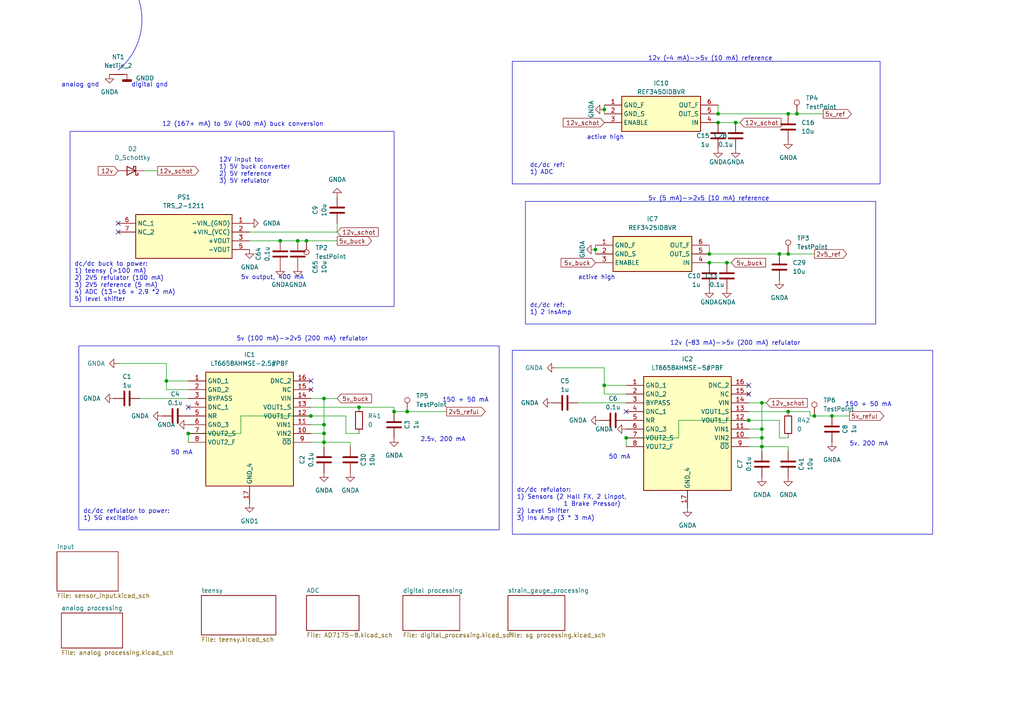
<source format=kicad_sch>
(kicad_sch (version 20230121) (generator eeschema)
  (paper "A4")
  (lib_symbols
    (symbol "21xt_symbols:LT6658AHMSE-2.5#PBF"
      (property "Reference" "IC" (at 31.75 7.62 0))
      (property "Value" "LT6658AHMSE-2.5#PBF" (at 31.75 5.08 0))
      (symbol "LT6658AHMSE-2.5#PBF_1_1"
        (rectangle (start 5.08 2.54) (end 30.48 -30.48) (stroke (width 0.254)) (fill (type background)))
        (pin passive line (at 0 0 0) (length 5.08) (name "GND_1") (number "1"))
        (pin passive line (at 35.56 -15.24 180) (length 5.08) (name "VIN2") (number "10"))
        (pin passive line (at 35.56 -12.7 180) (length 5.08) (name "VIN1") (number "11"))
        (pin passive line (at 35.56 -10.16 180) (length 5.08) (name "VOUT1_F") (number "12"))
        (pin passive line (at 35.56 -7.62 180) (length 5.08) (name "VOUT1_S") (number "13"))
        (pin passive line (at 35.56 -5.08 180) (length 5.08) (name "VIN") (number "14"))
        (pin no_connect line (at 35.56 -2.54 180) (length 5.08) (name "NC") (number "15"))
        (pin passive line (at 35.56 0 180) (length 5.08) (name "DNC_2") (number "16"))
        (pin passive line (at 17.78 -35.56 90) (length 5.08) (name "GND_4") (number "17"))
        (pin passive line (at 0 -2.54 0) (length 5.08) (name "GND_2") (number "2"))
        (pin passive line (at 0 -5.08 0) (length 5.08) (name "BYPASS") (number "3"))
        (pin passive line (at 0 -7.62 0) (length 5.08) (name "DNC_1") (number "4"))
        (pin passive line (at 0 -10.16 0) (length 5.08) (name "NR") (number "5"))
        (pin passive line (at 0 -12.7 0) (length 5.08) (name "GND_3") (number "6"))
        (pin passive line (at 0 -15.24 0) (length 5.08) (name "VOUT2_S") (number "7"))
        (pin passive line (at 0 -17.78 0) (length 5.08) (name "VOUT2_F") (number "8"))
        (pin passive line (at 35.56 -17.78 180) (length 5.08) (name "~{OD}") (number "9"))
      )
    )
    (symbol "21xt_symbols:LT6658AHMSE-5#PBF"
      (property "Reference" "IC" (at 31.75 7.62 0))
      (property "Value" "LT6658AHMSE-5#PBF" (at 31.75 5.08 0))
      (symbol "LT6658AHMSE-5#PBF_1_1"
        (rectangle (start 5.08 2.54) (end 30.48 -30.48) (stroke (width 0.254)) (fill (type background)))
        (pin passive line (at 0 0 0) (length 5.08) (name "GND_1") (number "1"))
        (pin passive line (at 35.56 -15.24 180) (length 5.08) (name "VIN2") (number "10"))
        (pin passive line (at 35.56 -12.7 180) (length 5.08) (name "VIN1") (number "11"))
        (pin passive line (at 35.56 -10.16 180) (length 5.08) (name "VOUT1_F") (number "12"))
        (pin passive line (at 35.56 -7.62 180) (length 5.08) (name "VOUT1_S") (number "13"))
        (pin passive line (at 35.56 -5.08 180) (length 5.08) (name "VIN") (number "14"))
        (pin no_connect line (at 35.56 -2.54 180) (length 5.08) (name "NC") (number "15"))
        (pin passive line (at 35.56 0 180) (length 5.08) (name "DNC_2") (number "16"))
        (pin passive line (at 17.78 -35.56 90) (length 5.08) (name "GND_4") (number "17"))
        (pin passive line (at 0 -2.54 0) (length 5.08) (name "GND_2") (number "2"))
        (pin passive line (at 0 -5.08 0) (length 5.08) (name "BYPASS") (number "3"))
        (pin passive line (at 0 -7.62 0) (length 5.08) (name "DNC_1") (number "4"))
        (pin passive line (at 0 -10.16 0) (length 5.08) (name "NR") (number "5"))
        (pin passive line (at 0 -12.7 0) (length 5.08) (name "GND_3") (number "6"))
        (pin passive line (at 0 -15.24 0) (length 5.08) (name "VOUT2_S") (number "7"))
        (pin passive line (at 0 -17.78 0) (length 5.08) (name "VOUT2_F") (number "8"))
        (pin passive line (at 35.56 -17.78 180) (length 5.08) (name "~{OD}") (number "9"))
      )
    )
    (symbol "21xt_symbols:REF3425IDBVR"
      (property "Reference" "IC" (at 29.21 7.62 0))
      (property "Value" "REF3425IDBVR" (at 29.21 5.08 0))
      (symbol "REF3425IDBVR_1_1"
        (rectangle (start 5.08 2.54) (end 27.94 -7.62) (stroke (width 0.254)) (fill (type background)))
        (pin passive line (at 0 0 0) (length 5.08) (name "GND_F") (number "1"))
        (pin passive line (at 0 -2.54 0) (length 5.08) (name "GND_S") (number "2"))
        (pin passive line (at 0 -5.08 0) (length 5.08) (name "ENABLE") (number "3"))
        (pin passive line (at 33.02 -5.08 180) (length 5.08) (name "IN") (number "4"))
        (pin passive line (at 33.02 -2.54 180) (length 5.08) (name "OUT_S") (number "5"))
        (pin passive line (at 33.02 0 180) (length 5.08) (name "OUT_F") (number "6"))
      )
    )
    (symbol "21xt_symbols:REF3450IDBVR"
      (property "Reference" "IC" (at 29.21 7.62 0))
      (property "Value" "REF3450IDBVR" (at 29.21 5.08 0))
      (symbol "REF3450IDBVR_1_1"
        (rectangle (start 5.08 2.54) (end 27.94 -7.62) (stroke (width 0.254)) (fill (type background)))
        (pin passive line (at 0 0 0) (length 5.08) (name "GND_F") (number "1"))
        (pin passive line (at 0 -2.54 0) (length 5.08) (name "GND_S") (number "2"))
        (pin passive line (at 0 -5.08 0) (length 5.08) (name "ENABLE") (number "3"))
        (pin passive line (at 33.02 -5.08 180) (length 5.08) (name "IN") (number "4"))
        (pin passive line (at 33.02 -2.54 180) (length 5.08) (name "OUT_S") (number "5"))
        (pin passive line (at 33.02 0 180) (length 5.08) (name "OUT_F") (number "6"))
      )
    )
    (symbol "21xt_symbols:TRS_2-1211"
      (property "Reference" "PS" (at 34.29 7.62 0))
      (property "Value" "TRS_2-1211" (at 34.29 5.08 0))
      (symbol "TRS_2-1211_1_1"
        (rectangle (start 5.08 2.54) (end 33.02 -10.16) (stroke (width 0.254)) (fill (type background)))
        (pin passive line (at 38.1 0 180) (length 5.08) (name "-VIN_(GND)") (number "1"))
        (pin passive line (at 38.1 -2.54 180) (length 5.08) (name "+VIN_(VCC)") (number "2"))
        (pin passive line (at 38.1 -5.08 180) (length 5.08) (name "+VOUT") (number "3"))
        (pin passive line (at 38.1 -7.62 180) (length 5.08) (name "-VOUT") (number "5"))
        (pin passive line (at 0 0 0) (length 5.08) (name "NC_1") (number "6"))
        (pin passive line (at 0 -2.54 0) (length 5.08) (name "NC_2") (number "7"))
      )
    )
    (symbol "Connector:TestPoint" (pin_numbers hide) (pin_names (offset 0.762) hide)
      (property "Reference" "TP" (at 0 6.858 0))
      (property "Value" "TestPoint" (at 0 5.08 0))
      (symbol "TestPoint_0_1"
        (circle (center 0 3.302) (radius 0.762))
      )
      (symbol "TestPoint_1_1"
        (pin passive line (at 0 0 90) (length 2.54) (name "1") (number "1"))
      )
    )
    (symbol "Device:C" (pin_numbers hide) (pin_names (offset 0.254))
      (property "Reference" "C" (at 0.635 2.54 0))
      (property "Value" "C" (at 0.635 -2.54 0))
      (symbol "C_0_1"
        (polyline (pts (xy -2.032 -0.762) (xy 2.032 -0.762)) (stroke (width 0.508)))
        (polyline (pts (xy -2.032 0.762) (xy 2.032 0.762)) (stroke (width 0.508)))
      )
      (symbol "C_1_1"
        (pin passive line (at 0 3.81 270) (length 2.794) (name "~") (number "1"))
        (pin passive line (at 0 -3.81 90) (length 2.794) (name "~") (number "2"))
      )
    )
    (symbol "Device:D_Schottky" (pin_numbers hide) (pin_names (offset 1.016) hide)
      (property "Reference" "D" (at 0 2.54 0))
      (property "Value" "D_Schottky" (at 0 -2.54 0))
      (symbol "D_Schottky_0_1"
        (polyline (pts (xy 1.27 0) (xy -1.27 0)))
        (polyline (pts (xy 1.27 1.27) (xy 1.27 -1.27) (xy -1.27 0) (xy 1.27 1.27)) (stroke (width 0.254)))
        (polyline (pts (xy -1.905 0.635) (xy -1.905 1.27) (xy -1.27 1.27) (xy -1.27 -1.27) (xy -0.635 -1.27) (xy -0.635 -0.635)) (stroke (width 0.254)))
      )
      (symbol "D_Schottky_1_1"
        (pin passive line (at -3.81 0 0) (length 2.54) (name "K") (number "1"))
        (pin passive line (at 3.81 0 180) (length 2.54) (name "A") (number "2"))
      )
    )
    (symbol "Device:NetTie_2" (pin_numbers hide) (pin_names (offset 0) hide) (in_bom no)
      (property "Reference" "NT" (at 0 1.27 0))
      (property "Value" "NetTie_2" (at 0 -1.27 0))
      (symbol "NetTie_2_0_1"
        (polyline (pts (xy -1.27 0) (xy 1.27 0)) (stroke (width 0.254)))
      )
      (symbol "NetTie_2_1_1"
        (pin passive line (at -2.54 0 0) (length 2.54) (name "1") (number "1"))
        (pin passive line (at 2.54 0 180) (length 2.54) (name "2") (number "2"))
      )
    )
    (symbol "Device:R" (pin_numbers hide) (pin_names (offset 0))
      (property "Reference" "R" (at 2.032 0 90))
      (property "Value" "R" (at 0 0 90))
      (symbol "R_0_1"
        (rectangle (start -1.016 -2.54) (end 1.016 2.54) (stroke (width 0.254)))
      )
      (symbol "R_1_1"
        (pin passive line (at 0 3.81 270) (length 1.27) (name "~") (number "1"))
        (pin passive line (at 0 -3.81 90) (length 1.27) (name "~") (number "2"))
      )
    )
    (symbol "power:GND1" (power) (pin_names (offset 0))
      (property "Value" "GND1" (at 0 -3.81 0))
      (symbol "GND1_0_1"
        (polyline (pts (xy 0 0) (xy 0 -1.27) (xy 1.27 -1.27) (xy 0 -2.54) (xy -1.27 -1.27) (xy 0 -1.27)))
      )
      (symbol "GND1_1_1"
        (pin power_in line (at 0 0 270) (length 0) hide (name "GND1") (number "1"))
      )
    )
    (symbol "power:GNDA" (power) (pin_names (offset 0))
      (property "Value" "GNDA" (at 0 -3.81 0))
      (symbol "GNDA_0_1"
        (polyline (pts (xy 0 0) (xy 0 -1.27) (xy 1.27 -1.27) (xy 0 -2.54) (xy -1.27 -1.27) (xy 0 -1.27)))
      )
      (symbol "GNDA_1_1"
        (pin power_in line (at 0 0 270) (length 0) hide (name "GNDA") (number "1"))
      )
    )
    (symbol "power:GNDD" (power) (pin_names (offset 0))
      (property "Value" "GNDD" (at 0 -3.175 0))
      (symbol "GNDD_0_1"
        (rectangle (start -1.27 -1.524) (end 1.27 -2.032) (stroke (width 0.254)) (fill (type outline)))
        (polyline (pts (xy 0 0) (xy 0 -1.524)))
      )
      (symbol "GNDD_1_1"
        (pin power_in line (at 0 0 270) (length 0) hide (name "GNDD") (number "1"))
      )
    )
  )
  (junction (at 104.14 118.11))
  (junction (at 86.36 69.85))
  (junction (at 54.61 125.73))
  (junction (at 231.14 33.02))
  (junction (at 208.28 35.56))
  (junction (at 48.26 110.49))
  (junction (at 241.3 120.65))
  (junction (at 236.22 120.65))
  (junction (at 90.17 120.65))
  (junction (at 220.98 124.46))
  (junction (at 208.28 33.02))
  (junction (at 93.98 125.73))
  (junction (at 93.98 115.57))
  (junction (at 172.72 72.39))
  (junction (at 88.9 69.85))
  (junction (at 220.98 129.54))
  (junction (at 220.98 127))
  (junction (at 228.6 33.02))
  (junction (at 220.98 116.84))
  (junction (at 213.36 35.56))
  (junction (at 226.06 73.66))
  (junction (at 228.6 73.66))
  (junction (at 205.74 76.2))
  (junction (at 93.98 128.27))
  (junction (at 175.26 111.76))
  (junction (at 228.6 119.38))
  (junction (at 81.28 69.85))
  (junction (at 205.74 73.66))
  (junction (at 217.17 121.92))
  (junction (at 93.98 123.19))
  (junction (at 118.11 119.38))
  (junction (at 114.3 119.38))
  (junction (at 181.61 127))
  (junction (at 175.26 31.75))
  (junction (at 210.82 76.2))
  (no_connect (at 34.29 67.31))
  (no_connect (at 181.61 119.38))
  (no_connect (at 34.29 64.77))
  (no_connect (at 90.17 110.49))
  (no_connect (at 217.17 114.3))
  (no_connect (at 54.61 118.11))
  (no_connect (at 90.17 113.03))
  (no_connect (at 217.17 111.76))
  (wire (pts (xy 48.26 113.03) (xy 48.26 110.49)))
  (wire (pts (xy 175.26 111.76) (xy 181.61 111.76)))
  (wire (pts (xy 234.95 119.38) (xy 234.95 120.65)))
  (wire (pts (xy 228.6 119.38) (xy 234.95 119.38)))
  (wire (pts (xy 90.17 125.73) (xy 93.98 125.73)))
  (wire (pts (xy 93.98 115.57) (xy 93.98 123.19)))
  (wire (pts (xy 205.74 71.12) (xy 205.74 73.66)))
  (wire (pts (xy 181.61 127) (xy 196.85 127)))
  (wire (pts (xy 81.28 69.85) (xy 86.36 69.85)))
  (wire (pts (xy 210.82 76.2) (xy 205.74 76.2)))
  (wire (pts (xy 54.61 125.73) (xy 54.61 128.27)))
  (wire (pts (xy 234.95 120.65) (xy 236.22 120.65)))
  (wire (pts (xy 101.6 128.27) (xy 101.6 129.54)))
  (wire (pts (xy 90.17 120.65) (xy 100.33 120.65)))
  (wire (pts (xy 175.26 106.68) (xy 175.26 111.76)))
  (wire (pts (xy 220.98 129.54) (xy 228.6 129.54)))
  (wire (pts (xy 41.91 49.53) (xy 45.72 49.53)))
  (wire (pts (xy 220.98 124.46) (xy 217.17 124.46)))
  (wire (pts (xy 93.98 115.57) (xy 97.79 115.57)))
  (wire (pts (xy 196.85 127) (xy 196.85 121.92)))
  (wire (pts (xy 54.61 113.03) (xy 48.26 113.03)))
  (wire (pts (xy 236.22 120.65) (xy 241.3 120.65)))
  (wire (pts (xy 40.64 115.57) (xy 54.61 115.57)))
  (wire (pts (xy 86.36 69.85) (xy 88.9 69.85)))
  (wire (pts (xy 104.14 118.11) (xy 114.3 118.11)))
  (wire (pts (xy 175.26 30.48) (xy 175.26 31.75)))
  (wire (pts (xy 220.98 130.81) (xy 220.98 129.54)))
  (wire (pts (xy 217.17 129.54) (xy 220.98 129.54)))
  (wire (pts (xy 228.6 73.66) (xy 236.22 73.66)))
  (wire (pts (xy 114.3 118.11) (xy 114.3 119.38)))
  (wire (pts (xy 90.17 118.11) (xy 104.14 118.11)))
  (wire (pts (xy 228.6 33.02) (xy 231.14 33.02)))
  (wire (pts (xy 226.06 121.92) (xy 226.06 127)))
  (wire (pts (xy 205.74 73.66) (xy 226.06 73.66)))
  (wire (pts (xy 231.14 33.02) (xy 238.76 33.02)))
  (wire (pts (xy 72.39 69.85) (xy 81.28 69.85)))
  (wire (pts (xy 175.26 114.3) (xy 175.26 111.76)))
  (wire (pts (xy 167.64 116.84) (xy 181.61 116.84)))
  (wire (pts (xy 222.25 116.84) (xy 220.98 116.84)))
  (wire (pts (xy 217.17 121.92) (xy 226.06 121.92)))
  (wire (pts (xy 118.11 119.38) (xy 129.54 119.38)))
  (wire (pts (xy 228.6 129.54) (xy 228.6 130.81)))
  (wire (pts (xy 220.98 127) (xy 220.98 124.46)))
  (wire (pts (xy 208.28 30.48) (xy 208.28 33.02)))
  (wire (pts (xy 72.39 67.31) (xy 97.79 67.31)))
  (wire (pts (xy 217.17 116.84) (xy 220.98 116.84)))
  (wire (pts (xy 90.17 115.57) (xy 93.98 115.57)))
  (wire (pts (xy 208.28 33.02) (xy 228.6 33.02)))
  (wire (pts (xy 100.33 120.65) (xy 100.33 125.73)))
  (wire (pts (xy 34.29 105.41) (xy 48.26 105.41)))
  (wire (pts (xy 212.09 76.2) (xy 210.82 76.2)))
  (wire (pts (xy 217.17 127) (xy 220.98 127)))
  (wire (pts (xy 214.63 35.56) (xy 213.36 35.56)))
  (wire (pts (xy 54.61 125.73) (xy 69.85 125.73)))
  (wire (pts (xy 48.26 110.49) (xy 54.61 110.49)))
  (wire (pts (xy 48.26 105.41) (xy 48.26 110.49)))
  (wire (pts (xy 175.26 31.75) (xy 175.26 33.02)))
  (wire (pts (xy 93.98 128.27) (xy 93.98 125.73)))
  (wire (pts (xy 226.06 73.66) (xy 228.6 73.66)))
  (wire (pts (xy 213.36 35.56) (xy 208.28 35.56)))
  (wire (pts (xy 88.9 69.85) (xy 97.79 69.85)))
  (wire (pts (xy 172.72 71.12) (xy 172.72 72.39)))
  (wire (pts (xy 220.98 129.54) (xy 220.98 127)))
  (wire (pts (xy 97.79 64.77) (xy 97.79 67.31)))
  (wire (pts (xy 220.98 116.84) (xy 220.98 124.46)))
  (wire (pts (xy 196.85 121.92) (xy 217.17 121.92)))
  (wire (pts (xy 93.98 125.73) (xy 93.98 123.19)))
  (wire (pts (xy 114.3 119.38) (xy 118.11 119.38)))
  (wire (pts (xy 93.98 129.54) (xy 93.98 128.27)))
  (wire (pts (xy 161.29 106.68) (xy 175.26 106.68)))
  (wire (pts (xy 241.3 120.65) (xy 246.38 120.65)))
  (wire (pts (xy 172.72 72.39) (xy 172.72 73.66)))
  (wire (pts (xy 100.33 125.73) (xy 104.14 125.73)))
  (wire (pts (xy 226.06 127) (xy 228.6 127)))
  (wire (pts (xy 181.61 127) (xy 181.61 129.54)))
  (wire (pts (xy 93.98 123.19) (xy 90.17 123.19)))
  (wire (pts (xy 93.98 128.27) (xy 101.6 128.27)))
  (wire (pts (xy 217.17 119.38) (xy 228.6 119.38)))
  (wire (pts (xy 90.17 128.27) (xy 93.98 128.27)))
  (wire (pts (xy 69.85 120.65) (xy 90.17 120.65)))
  (wire (pts (xy 69.85 125.73) (xy 69.85 120.65)))
  (wire (pts (xy 181.61 114.3) (xy 175.26 114.3)))
  (rectangle (start 152.4 58.42) (end 254 93.98))
  (rectangle (start 148.59 101.6) (end 270.51 154.94))
  (rectangle (start 148.59 17.78) (end 255.27 53.34))
  (rectangle (start 20.32 38.1) (end 114.3 88.9))
  (rectangle (start 22.86 100.33) (end 144.78 153.67))
  (arc (start 36.83 -6.35) (mid 41.0835 7.5111) (end 34.29 20.32))
  (text "2.5v, 200 mA" (at 121.92 128.27 0) (effects (font (size 1.27 1.27)) (justify left bottom)))
  (text "dc/dc refulator to power: \n1) SG excitation" (at 24.13 151.13 0) (effects (font (size 1.27 1.27)) (justify left bottom)))
  (text "dc/dc ref:\n1) 2 InsAmp" (at 153.67 91.44 0) (effects (font (size 1.27 1.27)) (justify left bottom)))
  (text "150 + 50 mA" (at 128.27 116.84 0) (effects (font (size 1.27 1.27)) (justify left bottom)))
  (text "50 mA" (at 49.53 132.08 0) (effects (font (size 1.27 1.27)) (justify left bottom)))
  (text "5v (5 mA)->2v5 (10 mA) reference" (at 187.96 58.42 0) (effects (font (size 1.27 1.27)) (justify left bottom)))
  (text "active high" (at 167.64 81.28 0) (effects (font (size 1.27 1.27)) (justify left bottom)))
  (text "50 mA" (at 176.53 133.35 0) (effects (font (size 1.27 1.27)) (justify left bottom)))
  (text "analog gnd" (at 17.78 25.4 0) (effects (font (size 1.27 1.27)) (justify left bottom)))
  (text "dc/dc ref:\n1) ADC" (at 153.67 50.8 0) (effects (font (size 1.27 1.27)) (justify left bottom)))
  (text "12 (167+ mA) to 5V (400 mA) buck conversion" (at 46.99 36.83 0) (effects (font (size 1.27 1.27)) (justify left bottom)))
  (text "its a bit confusing but if we have no ground lloops then im ok" (at 13.97 -10.16 0) (effects (font (size 1.27 1.27)) (justify left bottom)))
  (text "12V input to:\n1) 5V buck converter\n2) 5V reference\n3) 5V refulator" (at 63.5 53.34 0) (effects (font (size 1.27 1.27)) (justify left bottom)))
  (text "5v, 200 mA" (at 246.38 129.54 0) (effects (font (size 1.27 1.27)) (justify left bottom)))
  (text "5v (100 mA)->2v5 (200 mA) refulator" (at 68.58 99.06 0) (effects (font (size 1.27 1.27)) (justify left bottom)))
  (text "active high" (at 170.18 40.64 0) (effects (font (size 1.27 1.27)) (justify left bottom)))
  (text "12v (~83 mA)->5v (200 mA) refulator" (at 194.31 100.33 0) (effects (font (size 1.27 1.27)) (justify left bottom)))
  (text "digital gnd" (at 38.1 25.4 0) (effects (font (size 1.27 1.27)) (justify left bottom)))
  (text "dc/dc refulator:\n1) Sensors (2 Hall FX, 2 Linpot, \n              1 Brake Pressor)\n2) Level Shifter\n3) Ins Amp (3 * 3 mA)\n" (at 149.86 151.13 0) (effects (font (size 1.27 1.27)) (justify left bottom)))
  (text "dc/dc buck to power: \n1) teensy (>100 mA)\n2) 2V5 refulator (100 mA)\n3) 2V5 reference (5 mA)\n4) ADC (13-16 + 2.9 *2 mA)\n5) level shifter" (at 21.59 87.63 0) (effects (font (size 1.27 1.27)) (justify left bottom)))
  (text "5v output, 400 mA" (at 69.85 81.28 0) (effects (font (size 1.27 1.27)) (justify left bottom)))
  (text "150 + 50 mA" (at 245.11 118.11 0) (effects (font (size 1.27 1.27)) (justify left bottom)))
  (text "12v (~4 mA)->5v (10 mA) reference" (at 187.96 17.78 0) (effects (font (size 1.27 1.27)) (justify left bottom)))
  (global_label "2v5_reful" (shape output) (at 129.54 119.38 0) (property "Intersheetrefs" "${INTERSHEET_REFS}" (effects hide)))
  (global_label "12v_schot" (shape input) (at 222.25 116.84 0) (property "Intersheetrefs" "${INTERSHEET_REFS}" (effects hide)))
  (global_label "12v_schot" (shape input) (at 214.63 35.56 0) (property "Intersheetrefs" "${INTERSHEET_REFS}" (effects hide)))
  (global_label "12v_schot" (shape output) (at 45.72 49.53 0) (property "Intersheetrefs" "${INTERSHEET_REFS}" (effects hide)))
  (global_label "12v" (shape input) (at 34.29 49.53 180) (property "Intersheetrefs" "${INTERSHEET_REFS}" (effects hide)))
  (global_label "5v_buck" (shape input) (at 172.72 76.2 180) (property "Intersheetrefs" "${INTERSHEET_REFS}" (effects hide)))
  (global_label "5v_buck" (shape input) (at 212.09 76.2 0) (property "Intersheetrefs" "${INTERSHEET_REFS}" (effects hide)))
  (global_label "12v_schot" (shape input) (at 97.79 67.31 0) (property "Intersheetrefs" "${INTERSHEET_REFS}" (effects hide)))
  (global_label "5v_buck" (shape output) (at 97.79 69.85 0) (property "Intersheetrefs" "${INTERSHEET_REFS}" (effects hide)))
  (global_label "2v5_ref" (shape output) (at 236.22 73.66 0) (property "Intersheetrefs" "${INTERSHEET_REFS}" (effects hide)))
  (global_label "5v_ref" (shape output) (at 238.76 33.02 0) (property "Intersheetrefs" "${INTERSHEET_REFS}" (effects hide)))
  (global_label "5v_reful" (shape output) (at 246.38 120.65 0) (property "Intersheetrefs" "${INTERSHEET_REFS}" (effects hide)))
  (global_label "12v_schot" (shape input) (at 175.26 35.56 180) (property "Intersheetrefs" "${INTERSHEET_REFS}" (effects hide)))
  (global_label "5v_buck" (shape input) (at 97.79 115.57 0) (property "Intersheetrefs" "${INTERSHEET_REFS}" (effects hide)))
  (symbol (lib_id "power:GNDA") (at 97.79 57.15 180) (unit 1)
    (property "Reference" "#PWR017" (effects hide))
    (property "Value" "GNDA" (at 97.79 52.07 0))
  )
  (symbol (lib_id "power:GNDA") (at 210.82 83.82 0) (unit 1)
    (property "Reference" "#PWR021" (effects hide))
    (property "Value" "GNDA" (at 213.36 87.63 0) (effects (justify right)))
  )
  (symbol (lib_id "Device:C") (at 228.6 36.83 0) (unit 1)
    (property "Reference" "C16" (at 232.41 35.56 0) (effects (justify left)))
    (property "Value" "10u" (at 232.41 38.1 0) (effects (justify left)))
    (property "Footprint" "Capacitor_SMD:C_0603_1608Metric" (effects hide))
  )
  (symbol (lib_id "power:GNDA") (at 101.6 137.16 0) (unit 1)
    (property "Reference" "#PWR065" (effects hide))
    (property "Value" "GNDA" (at 101.6 142.24 0))
  )
  (symbol (lib_id "Device:C") (at 86.36 73.66 180) (unit 1)
    (property "Reference" "C65" (at 91.44 77.47 90))
    (property "Value" "10u" (at 93.98 77.47 90))
    (property "Footprint" "Capacitor_SMD:C_1206_3216Metric" (effects hide))
  )
  (symbol (lib_id "Device:C") (at 220.98 134.62 180) (unit 1)
    (property "Reference" "C7" (at 214.63 134.62 90))
    (property "Value" "0.1u" (at 217.17 134.62 90))
    (property "Footprint" "Capacitor_SMD:C_0603_1608Metric" (effects hide))
  )
  (symbol (lib_id "power:GNDA") (at 175.26 31.75 270) (unit 1)
    (property "Reference" "#PWR063" (effects hide))
    (property "Value" "GNDA" (at 171.45 34.29 0) (effects (justify right)))
  )
  (symbol (lib_id "power:GNDA") (at 172.72 72.39 270) (unit 1)
    (property "Reference" "#PWR016" (effects hide))
    (property "Value" "GNDA" (at 168.91 74.93 0) (effects (justify right)))
  )
  (symbol (lib_id "power:GNDA") (at 114.3 127 0) (unit 1)
    (property "Reference" "#PWR018" (effects hide))
    (property "Value" "GNDA" (at 114.3 132.08 0))
  )
  (symbol (lib_id "power:GNDA") (at 208.28 43.18 0) (unit 1)
    (property "Reference" "#PWR024" (effects hide))
    (property "Value" "GNDA" (at 210.82 46.99 0) (effects (justify right)))
  )
  (symbol (lib_id "power:GNDA") (at 86.36 77.47 0) (unit 1)
    (property "Reference" "#PWR092" (effects hide))
    (property "Value" "GNDA" (at 86.36 82.55 0))
  )
  (symbol (lib_id "Device:C") (at 205.74 80.01 0) (unit 1)
    (property "Reference" "C10" (at 199.39 80.01 0) (effects (justify left)))
    (property "Value" "1u" (at 200.66 82.55 0) (effects (justify left)))
    (property "Footprint" "Capacitor_SMD:C_0603_1608Metric" (effects hide))
  )
  (symbol (lib_id "power:GNDA") (at 220.98 138.43 0) (unit 1)
    (property "Reference" "#PWR061" (effects hide))
    (property "Value" "GNDA" (at 220.98 143.51 0))
  )
  (symbol (lib_id "Device:R") (at 104.14 121.92 0) (unit 1)
    (property "Reference" "R41" (at 106.68 120.65 0) (effects (justify left)))
    (property "Value" "0" (at 106.68 123.19 0) (effects (justify left)))
  )
  (symbol (lib_id "power:GNDA") (at 228.6 138.43 0) (unit 1)
    (property "Reference" "#PWR066" (effects hide))
    (property "Value" "GNDA" (at 228.6 143.51 0))
  )
  (symbol (lib_id "Device:D_Schottky") (at 38.1 49.53 180) (unit 1)
    (property "Reference" "D2" (at 38.4175 43.18 0))
    (property "Value" "D_Schottky" (at 38.4175 45.72 0))
    (property "Footprint" "Diode_SMD:D_1206_3216Metric" (effects hide))
  )
  (symbol (lib_id "Device:C") (at 101.6 133.35 180) (unit 1)
    (property "Reference" "C30" (at 105.41 133.35 90))
    (property "Value" "10u" (at 107.95 133.35 90))
    (property "Footprint" "Capacitor_SMD:C_0603_1608Metric" (effects hide))
  )
  (symbol (lib_id "Device:C") (at 241.3 124.46 180) (unit 1)
    (property "Reference" "C8" (at 245.11 124.46 90))
    (property "Value" "1u" (at 247.65 124.46 90))
    (property "Footprint" "Capacitor_SMD:C_0603_1608Metric" (effects hide))
  )
  (symbol (lib_id "power:GNDA") (at 228.6 40.64 0) (unit 1)
    (property "Reference" "#PWR026" (effects hide))
    (property "Value" "GNDA" (at 228.6 45.72 0))
  )
  (symbol (lib_id "Device:C") (at 177.8 121.92 90) (unit 1)
    (property "Reference" "C6" (at 177.8 115.57 90))
    (property "Value" "0.1u" (at 177.8 118.11 90))
    (property "Footprint" "Capacitor_SMD:C_0603_1608Metric" (effects hide))
  )
  (symbol (lib_id "Device:C") (at 228.6 134.62 180) (unit 1)
    (property "Reference" "C41" (at 232.41 134.62 90))
    (property "Value" "10u" (at 234.95 134.62 90))
    (property "Footprint" "Capacitor_SMD:C_0603_1608Metric" (effects hide))
  )
  (symbol (lib_id "Connector:TestPoint") (at 88.9 69.85 180) (unit 1)
    (property "Reference" "TP2" (at 91.44 71.882 0) (effects (justify right)))
    (property "Value" "TestPoint" (at 91.44 74.422 0) (effects (justify right)))
    (property "Footprint" "TestPoint:TestPoint_Pad_2.0x2.0mm" (effects hide))
  )
  (symbol (lib_id "power:GND1") (at 72.39 146.05 0) (unit 1)
    (property "Reference" "#PWR08" (effects hide))
    (property "Value" "GND1" (at 72.39 151.13 0))
  )
  (symbol (lib_id "Device:C") (at 36.83 115.57 90) (unit 1)
    (property "Reference" "C1" (at 36.83 109.22 90))
    (property "Value" "1u" (at 36.83 111.76 90))
    (property "Footprint" "Capacitor_SMD:C_0603_1608Metric" (effects hide))
  )
  (symbol (lib_id "power:GNDA") (at 93.98 137.16 0) (unit 1)
    (property "Reference" "#PWR09" (effects hide))
    (property "Value" "GNDA" (at 93.98 142.24 0))
  )
  (symbol (lib_id "power:GNDA") (at 226.06 81.28 0) (unit 1)
    (property "Reference" "#PWR064" (effects hide))
    (property "Value" "GNDA" (at 226.06 86.36 0))
  )
  (symbol (lib_id "Device:C") (at 93.98 133.35 180) (unit 1)
    (property "Reference" "C2" (at 87.63 133.35 90))
    (property "Value" "0.1u" (at 90.17 133.35 90))
    (property "Footprint" "Capacitor_SMD:C_0603_1608Metric" (effects hide))
  )
  (symbol (lib_id "21xt_symbols:TRS_2-1211") (at 34.29 64.77 0) (unit 1)
    (property "Reference" "PS1" (at 53.34 57.15 0))
    (property "Value" "TRS_2-1211" (at 53.34 59.69 0))
    (property "Footprint" "21xt_footprints:CONV_TRS_2-2419" (effects hide))
    (property "Datasheet" "https://tracopower.com/trs2-datasheet/" (effects hide))
    (property "Height" "8" (effects hide))
    (property "Mouser Part Number" "495-TRS2-1211" (effects hide))
    (property "Mouser Price/Stock" "https://www.mouser.co.uk/ProductDetail/TRACO-Power/TRS-2-1211?qs=wUXugUrL1qziI%252BEzex2I6g%3D%3D" (effects hide))
    (property "Manufacturer_Name" "Traco Power" (effects hide))
    (property "Manufacturer_Part_Number" "TRS 2-1211" (effects hide))
  )
  (symbol (lib_id "Device:C") (at 210.82 80.01 0) (unit 1)
    (property "Reference" "C11" (at 204.47 80.01 0) (effects (justify left)))
    (property "Value" "0.1u" (at 205.74 82.55 0) (effects (justify left)))
    (property "Footprint" "Capacitor_SMD:C_0603_1608Metric" (effects hide))
  )
  (symbol (lib_id "power:GNDA") (at 72.39 64.77 90) (unit 1)
    (property "Reference" "#PWR01" (effects hide))
    (property "Value" "GNDA" (at 76.2 64.77 90) (effects (justify right)))
  )
  (symbol (lib_id "21xt_symbols:REF3450IDBVR") (at 175.26 30.48 0) (unit 1)
    (property "Reference" "IC10" (at 191.77 24.13 0))
    (property "Value" "REF3450IDBVR" (at 191.77 26.67 0))
    (property "Footprint" "21xt_footprints:SOT95P280X145-6N" (effects hide))
    (property "Datasheet" "http://www.ti.com/lit/ds/symlink/ref3440.pdf" (effects hide))
    (property "Height" "1.45" (effects hide))
    (property "Mouser Part Number" "595-REF3450IDBVR" (effects hide))
    (property "Mouser Price/Stock" "https://www.mouser.co.uk/ProductDetail/Texas-Instruments/REF3450IDBVR?qs=55YtniHzbhBkMjMysxx4Wg%3D%3D" (effects hide))
    (property "Manufacturer_Name" "Texas Instruments" (effects hide))
    (property "Manufacturer_Part_Number" "REF3450IDBVR" (effects hide))
  )
  (symbol (lib_id "Device:C") (at 226.06 77.47 0) (unit 1)
    (property "Reference" "C29" (at 229.87 76.2 0) (effects (justify left)))
    (property "Value" "10u" (at 229.87 78.74 0) (effects (justify left)))
    (property "Footprint" "Capacitor_SMD:C_0603_1608Metric" (effects hide))
  )
  (symbol (lib_id "power:GNDA") (at 72.39 72.39 0) (unit 1)
    (property "Reference" "#PWR02" (effects hide))
    (property "Value" "GNDA" (at 72.39 77.47 0))
  )
  (symbol (lib_id "Device:R") (at 228.6 123.19 0) (unit 1)
    (property "Reference" "R42" (at 231.14 121.92 0) (effects (justify left)))
    (property "Value" "0" (at 231.14 124.46 0) (effects (justify left)))
  )
  (symbol (lib_id "Device:C") (at 97.79 60.96 180) (unit 1)
    (property "Reference" "C9" (at 91.44 60.96 90))
    (property "Value" "10u" (at 93.98 60.96 90))
    (property "Footprint" "Capacitor_SMD:C_1206_3216Metric" (effects hide))
  )
  (symbol (lib_id "21xt_symbols:REF3425IDBVR") (at 172.72 71.12 0) (unit 1)
    (property "Reference" "IC7" (at 189.23 63.5 0))
    (property "Value" "REF3425IDBVR" (at 189.23 66.04 0))
    (property "Footprint" "21xt_footprints:SOT95P280X145-6N" (effects hide))
    (property "Datasheet" "http://www.ti.com/lit/ds/symlink/ref3425.pdf" (effects hide))
    (property "Height" "1.45" (effects hide))
    (property "Mouser Part Number" "595-REF3425IDBVR" (effects hide))
    (property "Mouser Price/Stock" "https://www.mouser.co.uk/ProductDetail/Texas-Instruments/REF3425IDBVR?qs=YCa%2FAAYMW01YJo5s3bO8wA%3D%3D" (effects hide))
    (property "Manufacturer_Name" "Texas Instruments" (effects hide))
    (property "Manufacturer_Part_Number" "REF3425IDBVR" (effects hide))
  )
  (symbol (lib_id "power:GNDA") (at 181.61 124.46 270) (unit 1)
    (property "Reference" "#PWR055" (effects hide))
    (property "Value" "GNDA" (at 177.8 124.46 90) (effects (justify right)))
  )
  (symbol (lib_id "power:GNDA") (at 54.61 123.19 270) (unit 1)
    (property "Reference" "#PWR06" (effects hide))
    (property "Value" "GNDA" (at 50.8 123.19 90) (effects (justify right)))
  )
  (symbol (lib_id "power:GNDA") (at 160.02 116.84 270) (unit 1)
    (property "Reference" "#PWR049" (effects hide))
    (property "Value" "GNDA" (at 156.21 116.84 90) (effects (justify right)))
  )
  (symbol (lib_id "Device:C") (at 163.83 116.84 90) (unit 1)
    (property "Reference" "C5" (at 163.83 110.49 90))
    (property "Value" "1u" (at 163.83 113.03 90))
    (property "Footprint" "Capacitor_SMD:C_0603_1608Metric" (effects hide))
  )
  (symbol (lib_id "power:GNDA") (at 46.99 120.65 270) (unit 1)
    (property "Reference" "#PWR05" (effects hide))
    (property "Value" "GNDA" (at 43.18 120.65 90) (effects (justify right)))
  )
  (symbol (lib_id "power:GNDA") (at 34.29 105.41 270) (unit 1)
    (property "Reference" "#PWR04" (effects hide))
    (property "Value" "GNDA" (at 30.48 105.41 90) (effects (justify right)))
  )
  (symbol (lib_id "power:GNDA") (at 199.39 147.32 0) (unit 1)
    (property "Reference" "#PWR058" (effects hide))
    (property "Value" "GNDA" (at 199.39 152.4 0))
  )
  (symbol (lib_id "power:GNDD") (at 36.83 21.59 0) (unit 1)
    (property "Reference" "#PWR045" (effects hide))
    (property "Value" "GNDD" (at 39.37 22.6695 0) (effects (justify left)))
  )
  (symbol (lib_id "power:GNDA") (at 213.36 43.18 0) (unit 1)
    (property "Reference" "#PWR027" (effects hide))
    (property "Value" "GNDA" (at 215.9 46.99 0) (effects (justify right)))
  )
  (symbol (lib_id "power:GNDA") (at 241.3 128.27 0) (unit 1)
    (property "Reference" "#PWR062" (effects hide))
    (property "Value" "GNDA" (at 241.3 133.35 0))
  )
  (symbol (lib_id "Connector:TestPoint") (at 236.22 120.65 0) (unit 1)
    (property "Reference" "TP6" (at 238.76 116.078 0) (effects (justify left)))
    (property "Value" "TestPoint" (at 238.76 118.618 0) (effects (justify left)))
    (property "Footprint" "TestPoint:TestPoint_Pad_2.0x2.0mm" (effects hide))
  )
  (symbol (lib_id "power:GNDA") (at 161.29 106.68 270) (unit 1)
    (property "Reference" "#PWR048" (effects hide))
    (property "Value" "GNDA" (at 157.48 106.68 90) (effects (justify right)))
  )
  (symbol (lib_id "Device:C") (at 114.3 123.19 180) (unit 1)
    (property "Reference" "C3" (at 118.11 123.19 90))
    (property "Value" "1u" (at 120.65 123.19 90))
    (property "Footprint" "Capacitor_SMD:C_0603_1608Metric" (effects hide))
  )
  (symbol (lib_id "Device:C") (at 50.8 120.65 90) (unit 1)
    (property "Reference" "C4" (at 50.8 114.3 90))
    (property "Value" "0.1u" (at 50.8 116.84 90))
    (property "Footprint" "Capacitor_SMD:C_0603_1608Metric" (effects hide))
  )
  (symbol (lib_id "Connector:TestPoint") (at 231.14 33.02 0) (unit 1)
    (property "Reference" "TP4" (at 233.68 28.448 0) (effects (justify left)))
    (property "Value" "TestPoint" (at 233.68 30.988 0) (effects (justify left)))
    (property "Footprint" "TestPoint:TestPoint_Pad_2.0x2.0mm" (effects hide))
  )
  (symbol (lib_id "power:GNDA") (at 173.99 121.92 270) (unit 1)
    (property "Reference" "#PWR051" (effects hide))
    (property "Value" "GNDA" (at 170.18 121.92 90) (effects (justify right)))
  )
  (symbol (lib_id "21xt_symbols:LT6658AHMSE-5#PBF") (at 181.61 111.76 0) (unit 1)
    (property "Reference" "IC2" (at 199.39 104.14 0))
    (property "Value" "LT6658AHMSE-5#PBF" (at 199.39 106.68 0))
    (property "Footprint" "21xt_footprints:SOP50P490X110-17N" (effects hide))
    (property "Datasheet" "https://www.analog.com/media/en/technical-documentation/data-sheets/lt6658.pdf" (effects hide))
    (property "Height" "1.1" (effects hide))
    (property "Mouser Part Number" "584-LT6658AHMSE5PBF" (effects hide))
    (property "Mouser Price/Stock" "https://www.mouser.co.uk/ProductDetail/Analog-Devices/LT6658AHMSE-5PBF?qs=W0yvOO0ixfFdSUQ4xUcBUw%3D%3D" (effects hide))
    (property "Manufacturer_Name" "Analog Devices" (effects hide))
    (property "Manufacturer_Part_Number" "LT6658AHMSE-5#PBF" (effects hide))
  )
  (symbol (lib_id "Device:C") (at 208.28 39.37 0) (unit 1)
    (property "Reference" "C15" (at 201.93 39.37 0) (effects (justify left)))
    (property "Value" "1u" (at 203.2 41.91 0) (effects (justify left)))
    (property "Footprint" "Capacitor_SMD:C_0603_1608Metric" (effects hide))
  )
  (symbol (lib_id "Device:NetTie_2") (at 34.29 21.59 0) (unit 1) (in_bom no)
    (property "Reference" "NT1" (at 34.29 16.51 0))
    (property "Value" "NetTie_2" (at 34.29 19.05 0))
    (property "Footprint" "NetTie:NetTie-2_SMD_Pad2.0mm" (effects hide))
  )
  (symbol (lib_id "power:GNDA") (at 33.02 115.57 270) (unit 1)
    (property "Reference" "#PWR03" (effects hide))
    (property "Value" "GNDA" (at 29.21 115.57 90) (effects (justify right)))
  )
  (symbol (lib_id "Device:C") (at 213.36 39.37 0) (unit 1)
    (property "Reference" "C28" (at 207.01 39.37 0) (effects (justify left)))
    (property "Value" "0.1u" (at 208.28 41.91 0) (effects (justify left)))
    (property "Footprint" "Capacitor_SMD:C_0603_1608Metric" (effects hide))
  )
  (symbol (lib_id "Device:C") (at 81.28 73.66 180) (unit 1)
    (property "Reference" "C64" (at 74.93 73.66 90))
    (property "Value" "0.1u" (at 77.47 73.66 90))
    (property "Footprint" "Capacitor_SMD:C_1206_3216Metric" (effects hide))
  )
  (symbol (lib_id "power:GNDA") (at 31.75 21.59 0) (unit 1)
    (property "Reference" "#PWR044" (effects hide))
    (property "Value" "GNDA" (at 31.75 26.67 0))
  )
  (symbol (lib_id "Connector:TestPoint") (at 228.6 73.66 0) (unit 1)
    (property "Reference" "TP3" (at 231.14 69.088 0) (effects (justify left)))
    (property "Value" "TestPoint" (at 231.14 71.628 0) (effects (justify left)))
    (property "Footprint" "TestPoint:TestPoint_Pad_2.0x2.0mm" (effects hide))
  )
  (symbol (lib_id "power:GNDA") (at 81.28 77.47 0) (unit 1)
    (property "Reference" "#PWR091" (effects hide))
    (property "Value" "GNDA" (at 81.28 82.55 0))
  )
  (symbol (lib_id "power:GNDA") (at 205.74 83.82 0) (unit 1)
    (property "Reference" "#PWR020" (effects hide))
    (property "Value" "GNDA" (at 208.28 87.63 0) (effects (justify right)))
  )
  (symbol (lib_id "21xt_symbols:LT6658AHMSE-2.5#PBF") (at 54.61 110.49 0) (unit 1)
    (property "Reference" "IC1" (at 72.39 102.87 0))
    (property "Value" "LT6658AHMSE-2.5#PBF" (at 72.39 105.41 0))
    (property "Footprint" "21xt_footprints:SOP50P490X110-17N" (effects hide))
    (property "Datasheet" "https://www.analog.com/media/en/technical-documentation/data-sheets/lt6658.pdf" (effects hide))
    (property "Height" "1.1" (effects hide))
    (property "Mouser Part Number" "584-LT6658AHMSE5PBF" (effects hide))
    (property "Mouser Price/Stock" "https://www.mouser.co.uk/ProductDetail/Analog-Devices/LT6658AHMSE-5PBF?qs=W0yvOO0ixfFdSUQ4xUcBUw%3D%3D" (effects hide))
    (property "Manufacturer_Name" "Analog Devices" (effects hide))
    (property "Manufacturer_Part_Number" "LT6658AHMSE-2.5#PBF" (effects hide))
  )
  (symbol (lib_id "Connector:TestPoint") (at 118.11 119.38 0) (unit 1)
    (property "Reference" "TP5" (at 120.65 114.808 0) (effects (justify left)))
    (property "Value" "TestPoint" (at 120.65 117.348 0) (effects (justify left)))
    (property "Footprint" "TestPoint:TestPoint_Pad_2.0x2.0mm" (effects hide))
  )
  (sheet (at 58.42 172.72) (size 21.59 11.43) (stroke (width 0.1524))
    (property "Sheetname" "teensy" (at 58.42 172.0084 0) (effects (justify left bottom)))
    (property "Sheetfile" "teensy.kicad_sch" (at 58.42 184.7346 0) (effects (justify left top)))
  )
  (sheet (at 16.51 160.02) (size 17.78 11.43) (stroke (width 0.1524))
    (property "Sheetname" "input" (at 16.51 159.3084 0) (effects (justify left bottom)))
    (property "Sheetfile" "sensor_input.kicad_sch" (at 16.51 172.0346 0) (effects (justify left top)))
  )
  (sheet (at 116.84 172.72) (size 16.51 10.16) (stroke (width 0.1524))
    (property "Sheetname" "digital processing" (at 116.84 172.0084 0) (effects (justify left bottom)))
    (property "Sheetfile" "digital_processing.kicad_sch" (at 116.84 183.4646 0) (effects (justify left top)))
  )
  (sheet (at 147.32 172.72) (size 16.51 10.16) (stroke (width 0.1524))
    (property "Sheetname" "strain_gauge_processing" (at 147.32 172.0084 0) (effects (justify left bottom)))
    (property "Sheetfile" "sg processing.kicad_sch" (at 147.32 183.4646 0) (effects (justify left top)))
  )
  (sheet (at 17.78 177.8) (size 17.78 10.16) (stroke (width 0.1524))
    (property "Sheetname" "analog processing" (at 17.78 177.0884 0) (effects (justify left bottom)))
    (property "Sheetfile" "analog processing.kicad_sch" (at 17.78 188.5446 0) (effects (justify left top)))
  )
  (sheet (at 88.9 172.72) (size 15.24 10.16) (stroke (width 0.1524))
    (property "Sheetname" "ADC" (at 88.9 172.0084 0) (effects (justify left bottom)))
    (property "Sheetfile" "AD7175-8.kicad_sch" (at 88.9 183.4646 0) (effects (justify left top)))
  )
)
</source>
